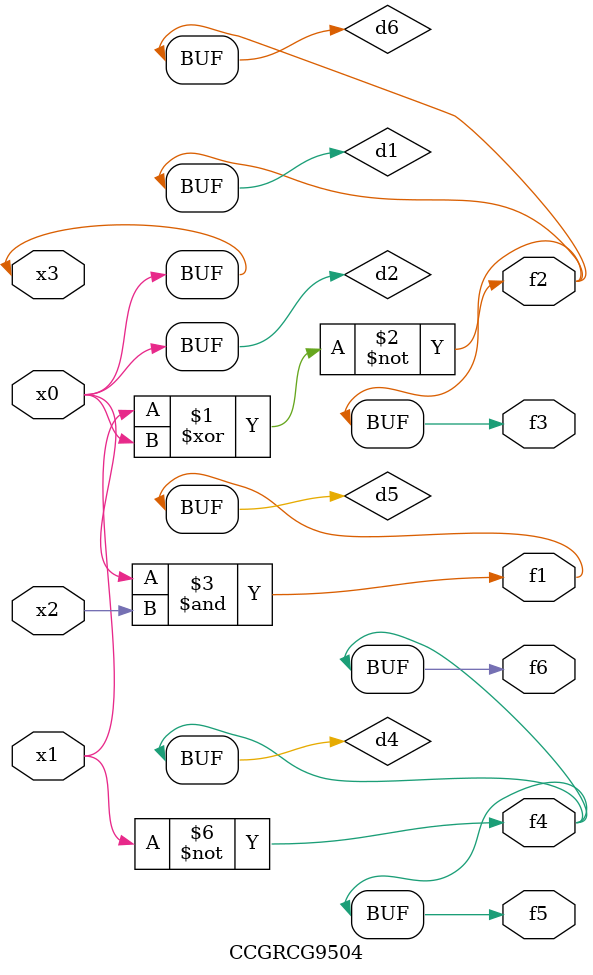
<source format=v>
module CCGRCG9504(
	input x0, x1, x2, x3,
	output f1, f2, f3, f4, f5, f6
);

	wire d1, d2, d3, d4, d5, d6;

	xnor (d1, x1, x3);
	buf (d2, x0, x3);
	nand (d3, x0, x2);
	not (d4, x1);
	nand (d5, d3);
	or (d6, d1);
	assign f1 = d5;
	assign f2 = d6;
	assign f3 = d6;
	assign f4 = d4;
	assign f5 = d4;
	assign f6 = d4;
endmodule

</source>
